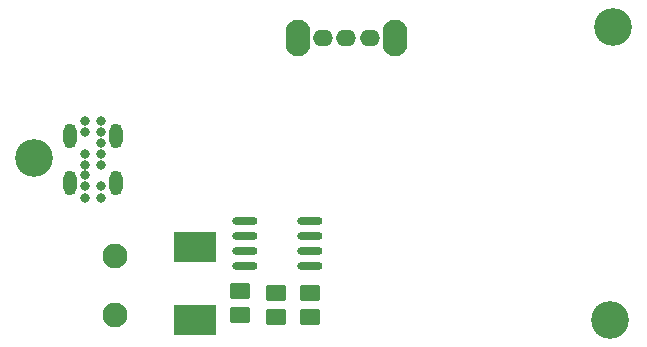
<source format=gbs>
G04 Layer: BottomSolderMaskLayer*
G04 EasyEDA v6.5.38, 2023-12-02 23:03:57*
G04 3574156a907d4d7c87788ecda130693a,c7ad1a84f3dd4ba2a6b1e1313e4bac77,10*
G04 Gerber Generator version 0.2*
G04 Scale: 100 percent, Rotated: No, Reflected: No *
G04 Dimensions in millimeters *
G04 leading zeros omitted , absolute positions ,4 integer and 5 decimal *
%FSLAX45Y45*%
%MOMM*%

%AMMACRO1*1,1,$1,$2,$3*1,1,$1,$4,$5*1,1,$1,0-$2,0-$3*1,1,$1,0-$4,0-$5*20,1,$1,$2,$3,$4,$5,0*20,1,$1,$4,$5,0-$2,0-$3,0*20,1,$1,0-$2,0-$3,0-$4,0-$5,0*20,1,$1,0-$4,0-$5,$2,$3,0*4,1,4,$2,$3,$4,$5,0-$2,0-$3,0-$4,0-$5,$2,$3,0*%
%ADD10C,2.1016*%
%ADD11O,1.7015460000000002X1.4015720000000003*%
%ADD12O,2.101596X3.1015939999999995*%
%ADD13C,0.8016*%
%ADD14O,1.1015979999999999X2.101596*%
%ADD15MACRO1,0.2032X0.725X-0.58X0.725X0.58*%
%ADD16MACRO1,0.1016X1.7X-1.25X1.7X1.25*%
%ADD17O,2.1466048X0.68961*%
%ADD18C,3.2032*%

%LPD*%
D10*
G01*
X-1104900Y-974344D03*
G01*
X-1104900Y-473455D03*
D11*
G01*
X1050899Y1371600D03*
G01*
X650900Y1371600D03*
G01*
X851560Y1371600D03*
D12*
G01*
X440893Y1371600D03*
G01*
X1260906Y1371600D03*
D13*
G01*
X-1365402Y667893D03*
G01*
X-1365402Y572896D03*
G01*
X-1365402Y387883D03*
G01*
X-1365402Y297891D03*
G01*
X-1365402Y207873D03*
G01*
X-1365402Y112877D03*
G01*
X-1365402Y17881D03*
G01*
X-1225397Y17881D03*
G01*
X-1225397Y112877D03*
G01*
X-1225397Y297891D03*
G01*
X-1225397Y387883D03*
G01*
X-1225397Y477875D03*
G01*
X-1225397Y572896D03*
G01*
X-1225397Y667893D03*
D14*
G01*
X-1102410Y142900D03*
G01*
X-1102410Y542899D03*
G01*
X-1488389Y142900D03*
G01*
X-1488389Y542899D03*
D15*
G01*
X-50800Y-977900D03*
G01*
X-50800Y-774700D03*
G01*
X546100Y-990600D03*
G01*
X546100Y-787400D03*
G01*
X254000Y-990600D03*
G01*
X254000Y-787400D03*
D16*
G01*
X-431787Y-401206D03*
G01*
X-431787Y-1021205D03*
D17*
G01*
X543940Y-177800D03*
G01*
X543940Y-304800D03*
G01*
X543940Y-431800D03*
G01*
X543940Y-558800D03*
G01*
X-10540Y-177800D03*
G01*
X-10540Y-304800D03*
G01*
X-10540Y-431800D03*
G01*
X-10540Y-558800D03*
D18*
G01*
X-1790700Y355600D03*
G01*
X3111500Y1460500D03*
G01*
X3086100Y-1016000D03*
M02*

</source>
